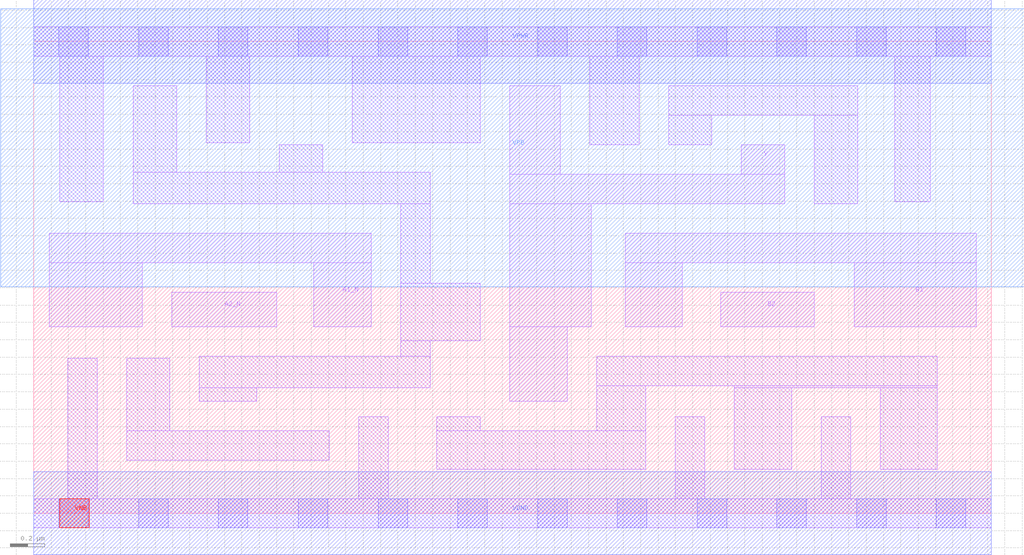
<source format=lef>
# Copyright 2020 The SkyWater PDK Authors
#
# Licensed under the Apache License, Version 2.0 (the "License");
# you may not use this file except in compliance with the License.
# You may obtain a copy of the License at
#
#     https://www.apache.org/licenses/LICENSE-2.0
#
# Unless required by applicable law or agreed to in writing, software
# distributed under the License is distributed on an "AS IS" BASIS,
# WITHOUT WARRANTIES OR CONDITIONS OF ANY KIND, either express or implied.
# See the License for the specific language governing permissions and
# limitations under the License.
#
# SPDX-License-Identifier: Apache-2.0

VERSION 5.7 ;
  NOWIREEXTENSIONATPIN ON ;
  DIVIDERCHAR "/" ;
  BUSBITCHARS "[]" ;
MACRO sky130_fd_sc_hd__o2bb2ai_2
  CLASS CORE ;
  FOREIGN sky130_fd_sc_hd__o2bb2ai_2 ;
  ORIGIN  0.000000  0.000000 ;
  SIZE  5.520000 BY  2.720000 ;
  SYMMETRY X Y R90 ;
  SITE unithd ;
  PIN A1_N
    ANTENNAGATEAREA  0.495000 ;
    DIRECTION INPUT ;
    USE SIGNAL ;
    PORT
      LAYER li1 ;
        RECT 0.090000 1.075000 0.625000 1.445000 ;
        RECT 0.090000 1.445000 1.945000 1.615000 ;
        RECT 1.615000 1.075000 1.945000 1.445000 ;
    END
  END A1_N
  PIN A2_N
    ANTENNAGATEAREA  0.495000 ;
    DIRECTION INPUT ;
    USE SIGNAL ;
    PORT
      LAYER li1 ;
        RECT 0.795000 1.075000 1.400000 1.275000 ;
    END
  END A2_N
  PIN B1
    ANTENNAGATEAREA  0.495000 ;
    DIRECTION INPUT ;
    USE SIGNAL ;
    PORT
      LAYER li1 ;
        RECT 3.410000 1.075000 3.740000 1.445000 ;
        RECT 3.410000 1.445000 5.435000 1.615000 ;
        RECT 4.730000 1.075000 5.435000 1.445000 ;
    END
  END B1
  PIN B2
    ANTENNAGATEAREA  0.495000 ;
    DIRECTION INPUT ;
    USE SIGNAL ;
    PORT
      LAYER li1 ;
        RECT 3.960000 1.075000 4.500000 1.275000 ;
    END
  END B2
  PIN Y
    ANTENNADIFFAREA  0.715500 ;
    DIRECTION OUTPUT ;
    USE SIGNAL ;
    PORT
      LAYER li1 ;
        RECT 2.745000 0.645000 3.075000 1.075000 ;
        RECT 2.745000 1.075000 3.215000 1.785000 ;
        RECT 2.745000 1.785000 4.330000 1.955000 ;
        RECT 2.745000 1.955000 3.035000 2.465000 ;
        RECT 4.080000 1.955000 4.330000 2.125000 ;
    END
  END Y
  PIN VGND
    DIRECTION INOUT ;
    SHAPE ABUTMENT ;
    USE GROUND ;
    PORT
      LAYER met1 ;
        RECT 0.000000 -0.240000 5.520000 0.240000 ;
    END
  END VGND
  PIN VNB
    DIRECTION INOUT ;
    USE GROUND ;
    PORT
      LAYER pwell ;
        RECT 0.150000 -0.085000 0.320000 0.085000 ;
    END
  END VNB
  PIN VPB
    DIRECTION INOUT ;
    USE POWER ;
    PORT
      LAYER nwell ;
        RECT -0.190000 1.305000 5.710000 2.910000 ;
    END
  END VPB
  PIN VPWR
    DIRECTION INOUT ;
    SHAPE ABUTMENT ;
    USE POWER ;
    PORT
      LAYER met1 ;
        RECT 0.000000 2.480000 5.520000 2.960000 ;
    END
  END VPWR
  OBS
    LAYER li1 ;
      RECT 0.000000 -0.085000 5.520000 0.085000 ;
      RECT 0.000000  2.635000 5.520000 2.805000 ;
      RECT 0.150000  1.795000 0.400000 2.635000 ;
      RECT 0.195000  0.085000 0.365000 0.895000 ;
      RECT 0.535000  0.305000 1.705000 0.475000 ;
      RECT 0.535000  0.475000 0.785000 0.895000 ;
      RECT 0.575000  1.785000 2.285000 1.965000 ;
      RECT 0.575000  1.965000 0.825000 2.465000 ;
      RECT 0.955000  0.645000 1.285000 0.725000 ;
      RECT 0.955000  0.725000 2.285000 0.905000 ;
      RECT 0.995000  2.135000 1.245000 2.635000 ;
      RECT 1.415000  1.965000 1.665000 2.125000 ;
      RECT 1.835000  2.135000 2.575000 2.635000 ;
      RECT 1.875000  0.085000 2.045000 0.555000 ;
      RECT 2.115000  0.905000 2.285000 0.995000 ;
      RECT 2.115000  0.995000 2.575000 1.325000 ;
      RECT 2.115000  1.325000 2.285000 1.785000 ;
      RECT 2.325000  0.255000 3.530000 0.475000 ;
      RECT 2.325000  0.475000 2.575000 0.555000 ;
      RECT 3.205000  2.125000 3.490000 2.635000 ;
      RECT 3.245000  0.475000 3.530000 0.735000 ;
      RECT 3.245000  0.735000 5.210000 0.905000 ;
      RECT 3.660000  2.125000 3.910000 2.295000 ;
      RECT 3.660000  2.295000 4.750000 2.465000 ;
      RECT 3.700000  0.085000 3.870000 0.555000 ;
      RECT 4.040000  0.255000 4.370000 0.725000 ;
      RECT 4.040000  0.725000 5.210000 0.735000 ;
      RECT 4.500000  1.785000 4.750000 2.295000 ;
      RECT 4.540000  0.085000 4.710000 0.555000 ;
      RECT 4.880000  0.255000 5.210000 0.725000 ;
      RECT 4.965000  1.795000 5.170000 2.635000 ;
    LAYER mcon ;
      RECT 0.145000 -0.085000 0.315000 0.085000 ;
      RECT 0.145000  2.635000 0.315000 2.805000 ;
      RECT 0.605000 -0.085000 0.775000 0.085000 ;
      RECT 0.605000  2.635000 0.775000 2.805000 ;
      RECT 1.065000 -0.085000 1.235000 0.085000 ;
      RECT 1.065000  2.635000 1.235000 2.805000 ;
      RECT 1.525000 -0.085000 1.695000 0.085000 ;
      RECT 1.525000  2.635000 1.695000 2.805000 ;
      RECT 1.985000 -0.085000 2.155000 0.085000 ;
      RECT 1.985000  2.635000 2.155000 2.805000 ;
      RECT 2.445000 -0.085000 2.615000 0.085000 ;
      RECT 2.445000  2.635000 2.615000 2.805000 ;
      RECT 2.905000 -0.085000 3.075000 0.085000 ;
      RECT 2.905000  2.635000 3.075000 2.805000 ;
      RECT 3.365000 -0.085000 3.535000 0.085000 ;
      RECT 3.365000  2.635000 3.535000 2.805000 ;
      RECT 3.825000 -0.085000 3.995000 0.085000 ;
      RECT 3.825000  2.635000 3.995000 2.805000 ;
      RECT 4.285000 -0.085000 4.455000 0.085000 ;
      RECT 4.285000  2.635000 4.455000 2.805000 ;
      RECT 4.745000 -0.085000 4.915000 0.085000 ;
      RECT 4.745000  2.635000 4.915000 2.805000 ;
      RECT 5.205000 -0.085000 5.375000 0.085000 ;
      RECT 5.205000  2.635000 5.375000 2.805000 ;
  END
END sky130_fd_sc_hd__o2bb2ai_2
END LIBRARY

</source>
